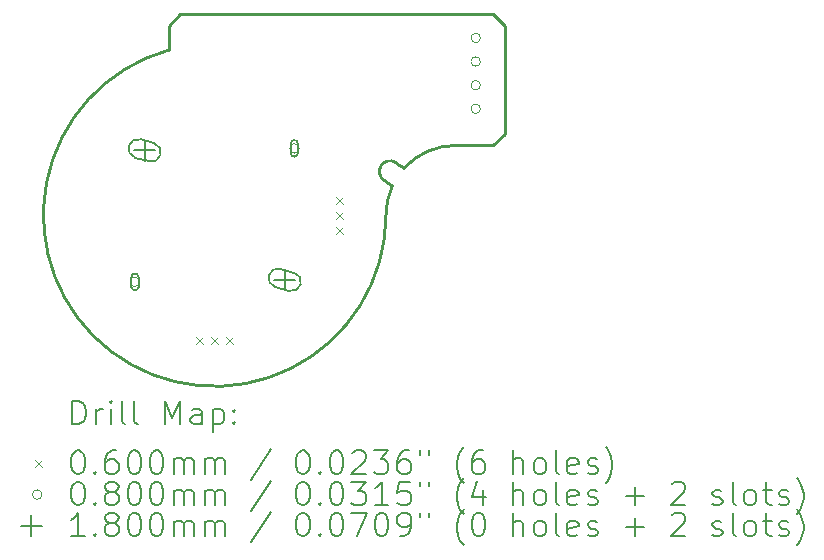
<source format=gbr>
%FSLAX45Y45*%
G04 Gerber Fmt 4.5, Leading zero omitted, Abs format (unit mm)*
G04 Created by KiCad (PCBNEW (6.0.1)) date 2022-03-24 22:12:07*
%MOMM*%
%LPD*%
G01*
G04 APERTURE LIST*
%TA.AperFunction,Profile*%
%ADD10C,0.250000*%
%TD*%
%ADD11C,0.200000*%
%ADD12C,0.060000*%
%ADD13C,0.080000*%
%ADD14C,0.180000*%
G04 APERTURE END LIST*
D10*
X17360000Y-8300000D02*
X14710000Y-8300000D01*
X17040000Y-9410000D02*
G75*
G03*
X16604561Y-9601888I0J-590000D01*
G01*
X14710000Y-8300000D02*
X14610000Y-8400000D01*
X16434738Y-9705056D02*
X16504789Y-9751707D01*
X17460000Y-8400000D02*
X17360000Y-8300000D01*
X16534510Y-9555238D02*
G75*
G03*
X16434738Y-9705056I-49886J-74909D01*
G01*
X16604561Y-9601888D02*
X16534510Y-9555238D01*
X17360000Y-9410000D02*
X17460000Y-9310000D01*
X16504789Y-9751707D02*
G75*
G03*
X16450000Y-10000000I535210J-248293D01*
G01*
X17040000Y-9410000D02*
X17360000Y-9410000D01*
X14610000Y-8603433D02*
G75*
G03*
X16450000Y-10000000I390000J-1396567D01*
G01*
X14610000Y-8400000D02*
X14610000Y-8603433D01*
X17460000Y-9310000D02*
X17460000Y-8400000D01*
D11*
D12*
X14843000Y-11030000D02*
X14903000Y-11090000D01*
X14903000Y-11030000D02*
X14843000Y-11090000D01*
X14970000Y-11030000D02*
X15030000Y-11090000D01*
X15030000Y-11030000D02*
X14970000Y-11090000D01*
X15097000Y-11030000D02*
X15157000Y-11090000D01*
X15157000Y-11030000D02*
X15097000Y-11090000D01*
X16030000Y-9843000D02*
X16090000Y-9903000D01*
X16090000Y-9843000D02*
X16030000Y-9903000D01*
X16030000Y-9970000D02*
X16090000Y-10030000D01*
X16090000Y-9970000D02*
X16030000Y-10030000D01*
X16030000Y-10097000D02*
X16090000Y-10157000D01*
X16090000Y-10097000D02*
X16030000Y-10157000D01*
D13*
X14365000Y-10565000D02*
G75*
G03*
X14365000Y-10565000I-40000J0D01*
G01*
D11*
X14355000Y-10605000D02*
X14355000Y-10525000D01*
X14295000Y-10605000D02*
X14295000Y-10525000D01*
X14355000Y-10525000D02*
G75*
G03*
X14295000Y-10525000I-30000J0D01*
G01*
X14295000Y-10605000D02*
G75*
G03*
X14355000Y-10605000I30000J0D01*
G01*
D13*
X15715000Y-9435000D02*
G75*
G03*
X15715000Y-9435000I-40000J0D01*
G01*
D11*
X15705000Y-9475000D02*
X15705000Y-9395000D01*
X15645000Y-9475000D02*
X15645000Y-9395000D01*
X15705000Y-9395000D02*
G75*
G03*
X15645000Y-9395000I-30000J0D01*
G01*
X15645000Y-9475000D02*
G75*
G03*
X15705000Y-9475000I30000J0D01*
G01*
D13*
X17250000Y-8500000D02*
G75*
G03*
X17250000Y-8500000I-40000J0D01*
G01*
X17250000Y-8700000D02*
G75*
G03*
X17250000Y-8700000I-40000J0D01*
G01*
X17250000Y-8900000D02*
G75*
G03*
X17250000Y-8900000I-40000J0D01*
G01*
X17250000Y-9100000D02*
G75*
G03*
X17250000Y-9100000I-40000J0D01*
G01*
D14*
X14407000Y-9362000D02*
X14407000Y-9542000D01*
X14317000Y-9452000D02*
X14497000Y-9452000D01*
D11*
X14486303Y-9391082D02*
X14370724Y-9358812D01*
X14443276Y-9545188D02*
X14327697Y-9512918D01*
X14370724Y-9358812D02*
G75*
G03*
X14327697Y-9512918I-21514J-77053D01*
G01*
X14443276Y-9545188D02*
G75*
G03*
X14486303Y-9391082I21514J77053D01*
G01*
D14*
X15593000Y-10458000D02*
X15593000Y-10638000D01*
X15503000Y-10548000D02*
X15683000Y-10548000D01*
D11*
X15672303Y-10487082D02*
X15556724Y-10454812D01*
X15629276Y-10641188D02*
X15513697Y-10608918D01*
X15556724Y-10454812D02*
G75*
G03*
X15513697Y-10608918I-21514J-77053D01*
G01*
X15629276Y-10641188D02*
G75*
G03*
X15672303Y-10487082I21514J77053D01*
G01*
X13795119Y-11772976D02*
X13795119Y-11572976D01*
X13842738Y-11572976D01*
X13871309Y-11582500D01*
X13890357Y-11601548D01*
X13899881Y-11620595D01*
X13909405Y-11658690D01*
X13909405Y-11687262D01*
X13899881Y-11725357D01*
X13890357Y-11744405D01*
X13871309Y-11763452D01*
X13842738Y-11772976D01*
X13795119Y-11772976D01*
X13995119Y-11772976D02*
X13995119Y-11639643D01*
X13995119Y-11677738D02*
X14004643Y-11658690D01*
X14014167Y-11649167D01*
X14033214Y-11639643D01*
X14052262Y-11639643D01*
X14118928Y-11772976D02*
X14118928Y-11639643D01*
X14118928Y-11572976D02*
X14109405Y-11582500D01*
X14118928Y-11592024D01*
X14128452Y-11582500D01*
X14118928Y-11572976D01*
X14118928Y-11592024D01*
X14242738Y-11772976D02*
X14223690Y-11763452D01*
X14214167Y-11744405D01*
X14214167Y-11572976D01*
X14347500Y-11772976D02*
X14328452Y-11763452D01*
X14318928Y-11744405D01*
X14318928Y-11572976D01*
X14576071Y-11772976D02*
X14576071Y-11572976D01*
X14642738Y-11715833D01*
X14709405Y-11572976D01*
X14709405Y-11772976D01*
X14890357Y-11772976D02*
X14890357Y-11668214D01*
X14880833Y-11649167D01*
X14861786Y-11639643D01*
X14823690Y-11639643D01*
X14804643Y-11649167D01*
X14890357Y-11763452D02*
X14871309Y-11772976D01*
X14823690Y-11772976D01*
X14804643Y-11763452D01*
X14795119Y-11744405D01*
X14795119Y-11725357D01*
X14804643Y-11706309D01*
X14823690Y-11696786D01*
X14871309Y-11696786D01*
X14890357Y-11687262D01*
X14985595Y-11639643D02*
X14985595Y-11839643D01*
X14985595Y-11649167D02*
X15004643Y-11639643D01*
X15042738Y-11639643D01*
X15061786Y-11649167D01*
X15071309Y-11658690D01*
X15080833Y-11677738D01*
X15080833Y-11734881D01*
X15071309Y-11753928D01*
X15061786Y-11763452D01*
X15042738Y-11772976D01*
X15004643Y-11772976D01*
X14985595Y-11763452D01*
X15166548Y-11753928D02*
X15176071Y-11763452D01*
X15166548Y-11772976D01*
X15157024Y-11763452D01*
X15166548Y-11753928D01*
X15166548Y-11772976D01*
X15166548Y-11649167D02*
X15176071Y-11658690D01*
X15166548Y-11668214D01*
X15157024Y-11658690D01*
X15166548Y-11649167D01*
X15166548Y-11668214D01*
D12*
X13477500Y-12072500D02*
X13537500Y-12132500D01*
X13537500Y-12072500D02*
X13477500Y-12132500D01*
D11*
X13833214Y-11992976D02*
X13852262Y-11992976D01*
X13871309Y-12002500D01*
X13880833Y-12012024D01*
X13890357Y-12031071D01*
X13899881Y-12069167D01*
X13899881Y-12116786D01*
X13890357Y-12154881D01*
X13880833Y-12173928D01*
X13871309Y-12183452D01*
X13852262Y-12192976D01*
X13833214Y-12192976D01*
X13814167Y-12183452D01*
X13804643Y-12173928D01*
X13795119Y-12154881D01*
X13785595Y-12116786D01*
X13785595Y-12069167D01*
X13795119Y-12031071D01*
X13804643Y-12012024D01*
X13814167Y-12002500D01*
X13833214Y-11992976D01*
X13985595Y-12173928D02*
X13995119Y-12183452D01*
X13985595Y-12192976D01*
X13976071Y-12183452D01*
X13985595Y-12173928D01*
X13985595Y-12192976D01*
X14166548Y-11992976D02*
X14128452Y-11992976D01*
X14109405Y-12002500D01*
X14099881Y-12012024D01*
X14080833Y-12040595D01*
X14071309Y-12078690D01*
X14071309Y-12154881D01*
X14080833Y-12173928D01*
X14090357Y-12183452D01*
X14109405Y-12192976D01*
X14147500Y-12192976D01*
X14166548Y-12183452D01*
X14176071Y-12173928D01*
X14185595Y-12154881D01*
X14185595Y-12107262D01*
X14176071Y-12088214D01*
X14166548Y-12078690D01*
X14147500Y-12069167D01*
X14109405Y-12069167D01*
X14090357Y-12078690D01*
X14080833Y-12088214D01*
X14071309Y-12107262D01*
X14309405Y-11992976D02*
X14328452Y-11992976D01*
X14347500Y-12002500D01*
X14357024Y-12012024D01*
X14366548Y-12031071D01*
X14376071Y-12069167D01*
X14376071Y-12116786D01*
X14366548Y-12154881D01*
X14357024Y-12173928D01*
X14347500Y-12183452D01*
X14328452Y-12192976D01*
X14309405Y-12192976D01*
X14290357Y-12183452D01*
X14280833Y-12173928D01*
X14271309Y-12154881D01*
X14261786Y-12116786D01*
X14261786Y-12069167D01*
X14271309Y-12031071D01*
X14280833Y-12012024D01*
X14290357Y-12002500D01*
X14309405Y-11992976D01*
X14499881Y-11992976D02*
X14518928Y-11992976D01*
X14537976Y-12002500D01*
X14547500Y-12012024D01*
X14557024Y-12031071D01*
X14566548Y-12069167D01*
X14566548Y-12116786D01*
X14557024Y-12154881D01*
X14547500Y-12173928D01*
X14537976Y-12183452D01*
X14518928Y-12192976D01*
X14499881Y-12192976D01*
X14480833Y-12183452D01*
X14471309Y-12173928D01*
X14461786Y-12154881D01*
X14452262Y-12116786D01*
X14452262Y-12069167D01*
X14461786Y-12031071D01*
X14471309Y-12012024D01*
X14480833Y-12002500D01*
X14499881Y-11992976D01*
X14652262Y-12192976D02*
X14652262Y-12059643D01*
X14652262Y-12078690D02*
X14661786Y-12069167D01*
X14680833Y-12059643D01*
X14709405Y-12059643D01*
X14728452Y-12069167D01*
X14737976Y-12088214D01*
X14737976Y-12192976D01*
X14737976Y-12088214D02*
X14747500Y-12069167D01*
X14766548Y-12059643D01*
X14795119Y-12059643D01*
X14814167Y-12069167D01*
X14823690Y-12088214D01*
X14823690Y-12192976D01*
X14918928Y-12192976D02*
X14918928Y-12059643D01*
X14918928Y-12078690D02*
X14928452Y-12069167D01*
X14947500Y-12059643D01*
X14976071Y-12059643D01*
X14995119Y-12069167D01*
X15004643Y-12088214D01*
X15004643Y-12192976D01*
X15004643Y-12088214D02*
X15014167Y-12069167D01*
X15033214Y-12059643D01*
X15061786Y-12059643D01*
X15080833Y-12069167D01*
X15090357Y-12088214D01*
X15090357Y-12192976D01*
X15480833Y-11983452D02*
X15309405Y-12240595D01*
X15737976Y-11992976D02*
X15757024Y-11992976D01*
X15776071Y-12002500D01*
X15785595Y-12012024D01*
X15795119Y-12031071D01*
X15804643Y-12069167D01*
X15804643Y-12116786D01*
X15795119Y-12154881D01*
X15785595Y-12173928D01*
X15776071Y-12183452D01*
X15757024Y-12192976D01*
X15737976Y-12192976D01*
X15718928Y-12183452D01*
X15709405Y-12173928D01*
X15699881Y-12154881D01*
X15690357Y-12116786D01*
X15690357Y-12069167D01*
X15699881Y-12031071D01*
X15709405Y-12012024D01*
X15718928Y-12002500D01*
X15737976Y-11992976D01*
X15890357Y-12173928D02*
X15899881Y-12183452D01*
X15890357Y-12192976D01*
X15880833Y-12183452D01*
X15890357Y-12173928D01*
X15890357Y-12192976D01*
X16023690Y-11992976D02*
X16042738Y-11992976D01*
X16061786Y-12002500D01*
X16071309Y-12012024D01*
X16080833Y-12031071D01*
X16090357Y-12069167D01*
X16090357Y-12116786D01*
X16080833Y-12154881D01*
X16071309Y-12173928D01*
X16061786Y-12183452D01*
X16042738Y-12192976D01*
X16023690Y-12192976D01*
X16004643Y-12183452D01*
X15995119Y-12173928D01*
X15985595Y-12154881D01*
X15976071Y-12116786D01*
X15976071Y-12069167D01*
X15985595Y-12031071D01*
X15995119Y-12012024D01*
X16004643Y-12002500D01*
X16023690Y-11992976D01*
X16166548Y-12012024D02*
X16176071Y-12002500D01*
X16195119Y-11992976D01*
X16242738Y-11992976D01*
X16261786Y-12002500D01*
X16271309Y-12012024D01*
X16280833Y-12031071D01*
X16280833Y-12050119D01*
X16271309Y-12078690D01*
X16157024Y-12192976D01*
X16280833Y-12192976D01*
X16347500Y-11992976D02*
X16471309Y-11992976D01*
X16404643Y-12069167D01*
X16433214Y-12069167D01*
X16452262Y-12078690D01*
X16461786Y-12088214D01*
X16471309Y-12107262D01*
X16471309Y-12154881D01*
X16461786Y-12173928D01*
X16452262Y-12183452D01*
X16433214Y-12192976D01*
X16376071Y-12192976D01*
X16357024Y-12183452D01*
X16347500Y-12173928D01*
X16642738Y-11992976D02*
X16604643Y-11992976D01*
X16585595Y-12002500D01*
X16576071Y-12012024D01*
X16557024Y-12040595D01*
X16547500Y-12078690D01*
X16547500Y-12154881D01*
X16557024Y-12173928D01*
X16566548Y-12183452D01*
X16585595Y-12192976D01*
X16623690Y-12192976D01*
X16642738Y-12183452D01*
X16652262Y-12173928D01*
X16661786Y-12154881D01*
X16661786Y-12107262D01*
X16652262Y-12088214D01*
X16642738Y-12078690D01*
X16623690Y-12069167D01*
X16585595Y-12069167D01*
X16566548Y-12078690D01*
X16557024Y-12088214D01*
X16547500Y-12107262D01*
X16737976Y-11992976D02*
X16737976Y-12031071D01*
X16814167Y-11992976D02*
X16814167Y-12031071D01*
X17109405Y-12269167D02*
X17099881Y-12259643D01*
X17080833Y-12231071D01*
X17071310Y-12212024D01*
X17061786Y-12183452D01*
X17052262Y-12135833D01*
X17052262Y-12097738D01*
X17061786Y-12050119D01*
X17071310Y-12021548D01*
X17080833Y-12002500D01*
X17099881Y-11973928D01*
X17109405Y-11964405D01*
X17271310Y-11992976D02*
X17233214Y-11992976D01*
X17214167Y-12002500D01*
X17204643Y-12012024D01*
X17185595Y-12040595D01*
X17176071Y-12078690D01*
X17176071Y-12154881D01*
X17185595Y-12173928D01*
X17195119Y-12183452D01*
X17214167Y-12192976D01*
X17252262Y-12192976D01*
X17271310Y-12183452D01*
X17280833Y-12173928D01*
X17290357Y-12154881D01*
X17290357Y-12107262D01*
X17280833Y-12088214D01*
X17271310Y-12078690D01*
X17252262Y-12069167D01*
X17214167Y-12069167D01*
X17195119Y-12078690D01*
X17185595Y-12088214D01*
X17176071Y-12107262D01*
X17528452Y-12192976D02*
X17528452Y-11992976D01*
X17614167Y-12192976D02*
X17614167Y-12088214D01*
X17604643Y-12069167D01*
X17585595Y-12059643D01*
X17557024Y-12059643D01*
X17537976Y-12069167D01*
X17528452Y-12078690D01*
X17737976Y-12192976D02*
X17718929Y-12183452D01*
X17709405Y-12173928D01*
X17699881Y-12154881D01*
X17699881Y-12097738D01*
X17709405Y-12078690D01*
X17718929Y-12069167D01*
X17737976Y-12059643D01*
X17766548Y-12059643D01*
X17785595Y-12069167D01*
X17795119Y-12078690D01*
X17804643Y-12097738D01*
X17804643Y-12154881D01*
X17795119Y-12173928D01*
X17785595Y-12183452D01*
X17766548Y-12192976D01*
X17737976Y-12192976D01*
X17918929Y-12192976D02*
X17899881Y-12183452D01*
X17890357Y-12164405D01*
X17890357Y-11992976D01*
X18071310Y-12183452D02*
X18052262Y-12192976D01*
X18014167Y-12192976D01*
X17995119Y-12183452D01*
X17985595Y-12164405D01*
X17985595Y-12088214D01*
X17995119Y-12069167D01*
X18014167Y-12059643D01*
X18052262Y-12059643D01*
X18071310Y-12069167D01*
X18080833Y-12088214D01*
X18080833Y-12107262D01*
X17985595Y-12126309D01*
X18157024Y-12183452D02*
X18176071Y-12192976D01*
X18214167Y-12192976D01*
X18233214Y-12183452D01*
X18242738Y-12164405D01*
X18242738Y-12154881D01*
X18233214Y-12135833D01*
X18214167Y-12126309D01*
X18185595Y-12126309D01*
X18166548Y-12116786D01*
X18157024Y-12097738D01*
X18157024Y-12088214D01*
X18166548Y-12069167D01*
X18185595Y-12059643D01*
X18214167Y-12059643D01*
X18233214Y-12069167D01*
X18309405Y-12269167D02*
X18318929Y-12259643D01*
X18337976Y-12231071D01*
X18347500Y-12212024D01*
X18357024Y-12183452D01*
X18366548Y-12135833D01*
X18366548Y-12097738D01*
X18357024Y-12050119D01*
X18347500Y-12021548D01*
X18337976Y-12002500D01*
X18318929Y-11973928D01*
X18309405Y-11964405D01*
D13*
X13537500Y-12366500D02*
G75*
G03*
X13537500Y-12366500I-40000J0D01*
G01*
D11*
X13833214Y-12256976D02*
X13852262Y-12256976D01*
X13871309Y-12266500D01*
X13880833Y-12276024D01*
X13890357Y-12295071D01*
X13899881Y-12333167D01*
X13899881Y-12380786D01*
X13890357Y-12418881D01*
X13880833Y-12437928D01*
X13871309Y-12447452D01*
X13852262Y-12456976D01*
X13833214Y-12456976D01*
X13814167Y-12447452D01*
X13804643Y-12437928D01*
X13795119Y-12418881D01*
X13785595Y-12380786D01*
X13785595Y-12333167D01*
X13795119Y-12295071D01*
X13804643Y-12276024D01*
X13814167Y-12266500D01*
X13833214Y-12256976D01*
X13985595Y-12437928D02*
X13995119Y-12447452D01*
X13985595Y-12456976D01*
X13976071Y-12447452D01*
X13985595Y-12437928D01*
X13985595Y-12456976D01*
X14109405Y-12342690D02*
X14090357Y-12333167D01*
X14080833Y-12323643D01*
X14071309Y-12304595D01*
X14071309Y-12295071D01*
X14080833Y-12276024D01*
X14090357Y-12266500D01*
X14109405Y-12256976D01*
X14147500Y-12256976D01*
X14166548Y-12266500D01*
X14176071Y-12276024D01*
X14185595Y-12295071D01*
X14185595Y-12304595D01*
X14176071Y-12323643D01*
X14166548Y-12333167D01*
X14147500Y-12342690D01*
X14109405Y-12342690D01*
X14090357Y-12352214D01*
X14080833Y-12361738D01*
X14071309Y-12380786D01*
X14071309Y-12418881D01*
X14080833Y-12437928D01*
X14090357Y-12447452D01*
X14109405Y-12456976D01*
X14147500Y-12456976D01*
X14166548Y-12447452D01*
X14176071Y-12437928D01*
X14185595Y-12418881D01*
X14185595Y-12380786D01*
X14176071Y-12361738D01*
X14166548Y-12352214D01*
X14147500Y-12342690D01*
X14309405Y-12256976D02*
X14328452Y-12256976D01*
X14347500Y-12266500D01*
X14357024Y-12276024D01*
X14366548Y-12295071D01*
X14376071Y-12333167D01*
X14376071Y-12380786D01*
X14366548Y-12418881D01*
X14357024Y-12437928D01*
X14347500Y-12447452D01*
X14328452Y-12456976D01*
X14309405Y-12456976D01*
X14290357Y-12447452D01*
X14280833Y-12437928D01*
X14271309Y-12418881D01*
X14261786Y-12380786D01*
X14261786Y-12333167D01*
X14271309Y-12295071D01*
X14280833Y-12276024D01*
X14290357Y-12266500D01*
X14309405Y-12256976D01*
X14499881Y-12256976D02*
X14518928Y-12256976D01*
X14537976Y-12266500D01*
X14547500Y-12276024D01*
X14557024Y-12295071D01*
X14566548Y-12333167D01*
X14566548Y-12380786D01*
X14557024Y-12418881D01*
X14547500Y-12437928D01*
X14537976Y-12447452D01*
X14518928Y-12456976D01*
X14499881Y-12456976D01*
X14480833Y-12447452D01*
X14471309Y-12437928D01*
X14461786Y-12418881D01*
X14452262Y-12380786D01*
X14452262Y-12333167D01*
X14461786Y-12295071D01*
X14471309Y-12276024D01*
X14480833Y-12266500D01*
X14499881Y-12256976D01*
X14652262Y-12456976D02*
X14652262Y-12323643D01*
X14652262Y-12342690D02*
X14661786Y-12333167D01*
X14680833Y-12323643D01*
X14709405Y-12323643D01*
X14728452Y-12333167D01*
X14737976Y-12352214D01*
X14737976Y-12456976D01*
X14737976Y-12352214D02*
X14747500Y-12333167D01*
X14766548Y-12323643D01*
X14795119Y-12323643D01*
X14814167Y-12333167D01*
X14823690Y-12352214D01*
X14823690Y-12456976D01*
X14918928Y-12456976D02*
X14918928Y-12323643D01*
X14918928Y-12342690D02*
X14928452Y-12333167D01*
X14947500Y-12323643D01*
X14976071Y-12323643D01*
X14995119Y-12333167D01*
X15004643Y-12352214D01*
X15004643Y-12456976D01*
X15004643Y-12352214D02*
X15014167Y-12333167D01*
X15033214Y-12323643D01*
X15061786Y-12323643D01*
X15080833Y-12333167D01*
X15090357Y-12352214D01*
X15090357Y-12456976D01*
X15480833Y-12247452D02*
X15309405Y-12504595D01*
X15737976Y-12256976D02*
X15757024Y-12256976D01*
X15776071Y-12266500D01*
X15785595Y-12276024D01*
X15795119Y-12295071D01*
X15804643Y-12333167D01*
X15804643Y-12380786D01*
X15795119Y-12418881D01*
X15785595Y-12437928D01*
X15776071Y-12447452D01*
X15757024Y-12456976D01*
X15737976Y-12456976D01*
X15718928Y-12447452D01*
X15709405Y-12437928D01*
X15699881Y-12418881D01*
X15690357Y-12380786D01*
X15690357Y-12333167D01*
X15699881Y-12295071D01*
X15709405Y-12276024D01*
X15718928Y-12266500D01*
X15737976Y-12256976D01*
X15890357Y-12437928D02*
X15899881Y-12447452D01*
X15890357Y-12456976D01*
X15880833Y-12447452D01*
X15890357Y-12437928D01*
X15890357Y-12456976D01*
X16023690Y-12256976D02*
X16042738Y-12256976D01*
X16061786Y-12266500D01*
X16071309Y-12276024D01*
X16080833Y-12295071D01*
X16090357Y-12333167D01*
X16090357Y-12380786D01*
X16080833Y-12418881D01*
X16071309Y-12437928D01*
X16061786Y-12447452D01*
X16042738Y-12456976D01*
X16023690Y-12456976D01*
X16004643Y-12447452D01*
X15995119Y-12437928D01*
X15985595Y-12418881D01*
X15976071Y-12380786D01*
X15976071Y-12333167D01*
X15985595Y-12295071D01*
X15995119Y-12276024D01*
X16004643Y-12266500D01*
X16023690Y-12256976D01*
X16157024Y-12256976D02*
X16280833Y-12256976D01*
X16214167Y-12333167D01*
X16242738Y-12333167D01*
X16261786Y-12342690D01*
X16271309Y-12352214D01*
X16280833Y-12371262D01*
X16280833Y-12418881D01*
X16271309Y-12437928D01*
X16261786Y-12447452D01*
X16242738Y-12456976D01*
X16185595Y-12456976D01*
X16166548Y-12447452D01*
X16157024Y-12437928D01*
X16471309Y-12456976D02*
X16357024Y-12456976D01*
X16414167Y-12456976D02*
X16414167Y-12256976D01*
X16395119Y-12285548D01*
X16376071Y-12304595D01*
X16357024Y-12314119D01*
X16652262Y-12256976D02*
X16557024Y-12256976D01*
X16547500Y-12352214D01*
X16557024Y-12342690D01*
X16576071Y-12333167D01*
X16623690Y-12333167D01*
X16642738Y-12342690D01*
X16652262Y-12352214D01*
X16661786Y-12371262D01*
X16661786Y-12418881D01*
X16652262Y-12437928D01*
X16642738Y-12447452D01*
X16623690Y-12456976D01*
X16576071Y-12456976D01*
X16557024Y-12447452D01*
X16547500Y-12437928D01*
X16737976Y-12256976D02*
X16737976Y-12295071D01*
X16814167Y-12256976D02*
X16814167Y-12295071D01*
X17109405Y-12533167D02*
X17099881Y-12523643D01*
X17080833Y-12495071D01*
X17071310Y-12476024D01*
X17061786Y-12447452D01*
X17052262Y-12399833D01*
X17052262Y-12361738D01*
X17061786Y-12314119D01*
X17071310Y-12285548D01*
X17080833Y-12266500D01*
X17099881Y-12237928D01*
X17109405Y-12228405D01*
X17271310Y-12323643D02*
X17271310Y-12456976D01*
X17223690Y-12247452D02*
X17176071Y-12390309D01*
X17299881Y-12390309D01*
X17528452Y-12456976D02*
X17528452Y-12256976D01*
X17614167Y-12456976D02*
X17614167Y-12352214D01*
X17604643Y-12333167D01*
X17585595Y-12323643D01*
X17557024Y-12323643D01*
X17537976Y-12333167D01*
X17528452Y-12342690D01*
X17737976Y-12456976D02*
X17718929Y-12447452D01*
X17709405Y-12437928D01*
X17699881Y-12418881D01*
X17699881Y-12361738D01*
X17709405Y-12342690D01*
X17718929Y-12333167D01*
X17737976Y-12323643D01*
X17766548Y-12323643D01*
X17785595Y-12333167D01*
X17795119Y-12342690D01*
X17804643Y-12361738D01*
X17804643Y-12418881D01*
X17795119Y-12437928D01*
X17785595Y-12447452D01*
X17766548Y-12456976D01*
X17737976Y-12456976D01*
X17918929Y-12456976D02*
X17899881Y-12447452D01*
X17890357Y-12428405D01*
X17890357Y-12256976D01*
X18071310Y-12447452D02*
X18052262Y-12456976D01*
X18014167Y-12456976D01*
X17995119Y-12447452D01*
X17985595Y-12428405D01*
X17985595Y-12352214D01*
X17995119Y-12333167D01*
X18014167Y-12323643D01*
X18052262Y-12323643D01*
X18071310Y-12333167D01*
X18080833Y-12352214D01*
X18080833Y-12371262D01*
X17985595Y-12390309D01*
X18157024Y-12447452D02*
X18176071Y-12456976D01*
X18214167Y-12456976D01*
X18233214Y-12447452D01*
X18242738Y-12428405D01*
X18242738Y-12418881D01*
X18233214Y-12399833D01*
X18214167Y-12390309D01*
X18185595Y-12390309D01*
X18166548Y-12380786D01*
X18157024Y-12361738D01*
X18157024Y-12352214D01*
X18166548Y-12333167D01*
X18185595Y-12323643D01*
X18214167Y-12323643D01*
X18233214Y-12333167D01*
X18480833Y-12380786D02*
X18633214Y-12380786D01*
X18557024Y-12456976D02*
X18557024Y-12304595D01*
X18871310Y-12276024D02*
X18880833Y-12266500D01*
X18899881Y-12256976D01*
X18947500Y-12256976D01*
X18966548Y-12266500D01*
X18976071Y-12276024D01*
X18985595Y-12295071D01*
X18985595Y-12314119D01*
X18976071Y-12342690D01*
X18861786Y-12456976D01*
X18985595Y-12456976D01*
X19214167Y-12447452D02*
X19233214Y-12456976D01*
X19271310Y-12456976D01*
X19290357Y-12447452D01*
X19299881Y-12428405D01*
X19299881Y-12418881D01*
X19290357Y-12399833D01*
X19271310Y-12390309D01*
X19242738Y-12390309D01*
X19223690Y-12380786D01*
X19214167Y-12361738D01*
X19214167Y-12352214D01*
X19223690Y-12333167D01*
X19242738Y-12323643D01*
X19271310Y-12323643D01*
X19290357Y-12333167D01*
X19414167Y-12456976D02*
X19395119Y-12447452D01*
X19385595Y-12428405D01*
X19385595Y-12256976D01*
X19518929Y-12456976D02*
X19499881Y-12447452D01*
X19490357Y-12437928D01*
X19480833Y-12418881D01*
X19480833Y-12361738D01*
X19490357Y-12342690D01*
X19499881Y-12333167D01*
X19518929Y-12323643D01*
X19547500Y-12323643D01*
X19566548Y-12333167D01*
X19576071Y-12342690D01*
X19585595Y-12361738D01*
X19585595Y-12418881D01*
X19576071Y-12437928D01*
X19566548Y-12447452D01*
X19547500Y-12456976D01*
X19518929Y-12456976D01*
X19642738Y-12323643D02*
X19718929Y-12323643D01*
X19671310Y-12256976D02*
X19671310Y-12428405D01*
X19680833Y-12447452D01*
X19699881Y-12456976D01*
X19718929Y-12456976D01*
X19776071Y-12447452D02*
X19795119Y-12456976D01*
X19833214Y-12456976D01*
X19852262Y-12447452D01*
X19861786Y-12428405D01*
X19861786Y-12418881D01*
X19852262Y-12399833D01*
X19833214Y-12390309D01*
X19804643Y-12390309D01*
X19785595Y-12380786D01*
X19776071Y-12361738D01*
X19776071Y-12352214D01*
X19785595Y-12333167D01*
X19804643Y-12323643D01*
X19833214Y-12323643D01*
X19852262Y-12333167D01*
X19928452Y-12533167D02*
X19937976Y-12523643D01*
X19957024Y-12495071D01*
X19966548Y-12476024D01*
X19976071Y-12447452D01*
X19985595Y-12399833D01*
X19985595Y-12361738D01*
X19976071Y-12314119D01*
X19966548Y-12285548D01*
X19957024Y-12266500D01*
X19937976Y-12237928D01*
X19928452Y-12228405D01*
D14*
X13447500Y-12540500D02*
X13447500Y-12720500D01*
X13357500Y-12630500D02*
X13537500Y-12630500D01*
D11*
X13899881Y-12720976D02*
X13785595Y-12720976D01*
X13842738Y-12720976D02*
X13842738Y-12520976D01*
X13823690Y-12549548D01*
X13804643Y-12568595D01*
X13785595Y-12578119D01*
X13985595Y-12701928D02*
X13995119Y-12711452D01*
X13985595Y-12720976D01*
X13976071Y-12711452D01*
X13985595Y-12701928D01*
X13985595Y-12720976D01*
X14109405Y-12606690D02*
X14090357Y-12597167D01*
X14080833Y-12587643D01*
X14071309Y-12568595D01*
X14071309Y-12559071D01*
X14080833Y-12540024D01*
X14090357Y-12530500D01*
X14109405Y-12520976D01*
X14147500Y-12520976D01*
X14166548Y-12530500D01*
X14176071Y-12540024D01*
X14185595Y-12559071D01*
X14185595Y-12568595D01*
X14176071Y-12587643D01*
X14166548Y-12597167D01*
X14147500Y-12606690D01*
X14109405Y-12606690D01*
X14090357Y-12616214D01*
X14080833Y-12625738D01*
X14071309Y-12644786D01*
X14071309Y-12682881D01*
X14080833Y-12701928D01*
X14090357Y-12711452D01*
X14109405Y-12720976D01*
X14147500Y-12720976D01*
X14166548Y-12711452D01*
X14176071Y-12701928D01*
X14185595Y-12682881D01*
X14185595Y-12644786D01*
X14176071Y-12625738D01*
X14166548Y-12616214D01*
X14147500Y-12606690D01*
X14309405Y-12520976D02*
X14328452Y-12520976D01*
X14347500Y-12530500D01*
X14357024Y-12540024D01*
X14366548Y-12559071D01*
X14376071Y-12597167D01*
X14376071Y-12644786D01*
X14366548Y-12682881D01*
X14357024Y-12701928D01*
X14347500Y-12711452D01*
X14328452Y-12720976D01*
X14309405Y-12720976D01*
X14290357Y-12711452D01*
X14280833Y-12701928D01*
X14271309Y-12682881D01*
X14261786Y-12644786D01*
X14261786Y-12597167D01*
X14271309Y-12559071D01*
X14280833Y-12540024D01*
X14290357Y-12530500D01*
X14309405Y-12520976D01*
X14499881Y-12520976D02*
X14518928Y-12520976D01*
X14537976Y-12530500D01*
X14547500Y-12540024D01*
X14557024Y-12559071D01*
X14566548Y-12597167D01*
X14566548Y-12644786D01*
X14557024Y-12682881D01*
X14547500Y-12701928D01*
X14537976Y-12711452D01*
X14518928Y-12720976D01*
X14499881Y-12720976D01*
X14480833Y-12711452D01*
X14471309Y-12701928D01*
X14461786Y-12682881D01*
X14452262Y-12644786D01*
X14452262Y-12597167D01*
X14461786Y-12559071D01*
X14471309Y-12540024D01*
X14480833Y-12530500D01*
X14499881Y-12520976D01*
X14652262Y-12720976D02*
X14652262Y-12587643D01*
X14652262Y-12606690D02*
X14661786Y-12597167D01*
X14680833Y-12587643D01*
X14709405Y-12587643D01*
X14728452Y-12597167D01*
X14737976Y-12616214D01*
X14737976Y-12720976D01*
X14737976Y-12616214D02*
X14747500Y-12597167D01*
X14766548Y-12587643D01*
X14795119Y-12587643D01*
X14814167Y-12597167D01*
X14823690Y-12616214D01*
X14823690Y-12720976D01*
X14918928Y-12720976D02*
X14918928Y-12587643D01*
X14918928Y-12606690D02*
X14928452Y-12597167D01*
X14947500Y-12587643D01*
X14976071Y-12587643D01*
X14995119Y-12597167D01*
X15004643Y-12616214D01*
X15004643Y-12720976D01*
X15004643Y-12616214D02*
X15014167Y-12597167D01*
X15033214Y-12587643D01*
X15061786Y-12587643D01*
X15080833Y-12597167D01*
X15090357Y-12616214D01*
X15090357Y-12720976D01*
X15480833Y-12511452D02*
X15309405Y-12768595D01*
X15737976Y-12520976D02*
X15757024Y-12520976D01*
X15776071Y-12530500D01*
X15785595Y-12540024D01*
X15795119Y-12559071D01*
X15804643Y-12597167D01*
X15804643Y-12644786D01*
X15795119Y-12682881D01*
X15785595Y-12701928D01*
X15776071Y-12711452D01*
X15757024Y-12720976D01*
X15737976Y-12720976D01*
X15718928Y-12711452D01*
X15709405Y-12701928D01*
X15699881Y-12682881D01*
X15690357Y-12644786D01*
X15690357Y-12597167D01*
X15699881Y-12559071D01*
X15709405Y-12540024D01*
X15718928Y-12530500D01*
X15737976Y-12520976D01*
X15890357Y-12701928D02*
X15899881Y-12711452D01*
X15890357Y-12720976D01*
X15880833Y-12711452D01*
X15890357Y-12701928D01*
X15890357Y-12720976D01*
X16023690Y-12520976D02*
X16042738Y-12520976D01*
X16061786Y-12530500D01*
X16071309Y-12540024D01*
X16080833Y-12559071D01*
X16090357Y-12597167D01*
X16090357Y-12644786D01*
X16080833Y-12682881D01*
X16071309Y-12701928D01*
X16061786Y-12711452D01*
X16042738Y-12720976D01*
X16023690Y-12720976D01*
X16004643Y-12711452D01*
X15995119Y-12701928D01*
X15985595Y-12682881D01*
X15976071Y-12644786D01*
X15976071Y-12597167D01*
X15985595Y-12559071D01*
X15995119Y-12540024D01*
X16004643Y-12530500D01*
X16023690Y-12520976D01*
X16157024Y-12520976D02*
X16290357Y-12520976D01*
X16204643Y-12720976D01*
X16404643Y-12520976D02*
X16423690Y-12520976D01*
X16442738Y-12530500D01*
X16452262Y-12540024D01*
X16461786Y-12559071D01*
X16471309Y-12597167D01*
X16471309Y-12644786D01*
X16461786Y-12682881D01*
X16452262Y-12701928D01*
X16442738Y-12711452D01*
X16423690Y-12720976D01*
X16404643Y-12720976D01*
X16385595Y-12711452D01*
X16376071Y-12701928D01*
X16366548Y-12682881D01*
X16357024Y-12644786D01*
X16357024Y-12597167D01*
X16366548Y-12559071D01*
X16376071Y-12540024D01*
X16385595Y-12530500D01*
X16404643Y-12520976D01*
X16566548Y-12720976D02*
X16604643Y-12720976D01*
X16623690Y-12711452D01*
X16633214Y-12701928D01*
X16652262Y-12673357D01*
X16661786Y-12635262D01*
X16661786Y-12559071D01*
X16652262Y-12540024D01*
X16642738Y-12530500D01*
X16623690Y-12520976D01*
X16585595Y-12520976D01*
X16566548Y-12530500D01*
X16557024Y-12540024D01*
X16547500Y-12559071D01*
X16547500Y-12606690D01*
X16557024Y-12625738D01*
X16566548Y-12635262D01*
X16585595Y-12644786D01*
X16623690Y-12644786D01*
X16642738Y-12635262D01*
X16652262Y-12625738D01*
X16661786Y-12606690D01*
X16737976Y-12520976D02*
X16737976Y-12559071D01*
X16814167Y-12520976D02*
X16814167Y-12559071D01*
X17109405Y-12797167D02*
X17099881Y-12787643D01*
X17080833Y-12759071D01*
X17071310Y-12740024D01*
X17061786Y-12711452D01*
X17052262Y-12663833D01*
X17052262Y-12625738D01*
X17061786Y-12578119D01*
X17071310Y-12549548D01*
X17080833Y-12530500D01*
X17099881Y-12501928D01*
X17109405Y-12492405D01*
X17223690Y-12520976D02*
X17242738Y-12520976D01*
X17261786Y-12530500D01*
X17271310Y-12540024D01*
X17280833Y-12559071D01*
X17290357Y-12597167D01*
X17290357Y-12644786D01*
X17280833Y-12682881D01*
X17271310Y-12701928D01*
X17261786Y-12711452D01*
X17242738Y-12720976D01*
X17223690Y-12720976D01*
X17204643Y-12711452D01*
X17195119Y-12701928D01*
X17185595Y-12682881D01*
X17176071Y-12644786D01*
X17176071Y-12597167D01*
X17185595Y-12559071D01*
X17195119Y-12540024D01*
X17204643Y-12530500D01*
X17223690Y-12520976D01*
X17528452Y-12720976D02*
X17528452Y-12520976D01*
X17614167Y-12720976D02*
X17614167Y-12616214D01*
X17604643Y-12597167D01*
X17585595Y-12587643D01*
X17557024Y-12587643D01*
X17537976Y-12597167D01*
X17528452Y-12606690D01*
X17737976Y-12720976D02*
X17718929Y-12711452D01*
X17709405Y-12701928D01*
X17699881Y-12682881D01*
X17699881Y-12625738D01*
X17709405Y-12606690D01*
X17718929Y-12597167D01*
X17737976Y-12587643D01*
X17766548Y-12587643D01*
X17785595Y-12597167D01*
X17795119Y-12606690D01*
X17804643Y-12625738D01*
X17804643Y-12682881D01*
X17795119Y-12701928D01*
X17785595Y-12711452D01*
X17766548Y-12720976D01*
X17737976Y-12720976D01*
X17918929Y-12720976D02*
X17899881Y-12711452D01*
X17890357Y-12692405D01*
X17890357Y-12520976D01*
X18071310Y-12711452D02*
X18052262Y-12720976D01*
X18014167Y-12720976D01*
X17995119Y-12711452D01*
X17985595Y-12692405D01*
X17985595Y-12616214D01*
X17995119Y-12597167D01*
X18014167Y-12587643D01*
X18052262Y-12587643D01*
X18071310Y-12597167D01*
X18080833Y-12616214D01*
X18080833Y-12635262D01*
X17985595Y-12654309D01*
X18157024Y-12711452D02*
X18176071Y-12720976D01*
X18214167Y-12720976D01*
X18233214Y-12711452D01*
X18242738Y-12692405D01*
X18242738Y-12682881D01*
X18233214Y-12663833D01*
X18214167Y-12654309D01*
X18185595Y-12654309D01*
X18166548Y-12644786D01*
X18157024Y-12625738D01*
X18157024Y-12616214D01*
X18166548Y-12597167D01*
X18185595Y-12587643D01*
X18214167Y-12587643D01*
X18233214Y-12597167D01*
X18480833Y-12644786D02*
X18633214Y-12644786D01*
X18557024Y-12720976D02*
X18557024Y-12568595D01*
X18871310Y-12540024D02*
X18880833Y-12530500D01*
X18899881Y-12520976D01*
X18947500Y-12520976D01*
X18966548Y-12530500D01*
X18976071Y-12540024D01*
X18985595Y-12559071D01*
X18985595Y-12578119D01*
X18976071Y-12606690D01*
X18861786Y-12720976D01*
X18985595Y-12720976D01*
X19214167Y-12711452D02*
X19233214Y-12720976D01*
X19271310Y-12720976D01*
X19290357Y-12711452D01*
X19299881Y-12692405D01*
X19299881Y-12682881D01*
X19290357Y-12663833D01*
X19271310Y-12654309D01*
X19242738Y-12654309D01*
X19223690Y-12644786D01*
X19214167Y-12625738D01*
X19214167Y-12616214D01*
X19223690Y-12597167D01*
X19242738Y-12587643D01*
X19271310Y-12587643D01*
X19290357Y-12597167D01*
X19414167Y-12720976D02*
X19395119Y-12711452D01*
X19385595Y-12692405D01*
X19385595Y-12520976D01*
X19518929Y-12720976D02*
X19499881Y-12711452D01*
X19490357Y-12701928D01*
X19480833Y-12682881D01*
X19480833Y-12625738D01*
X19490357Y-12606690D01*
X19499881Y-12597167D01*
X19518929Y-12587643D01*
X19547500Y-12587643D01*
X19566548Y-12597167D01*
X19576071Y-12606690D01*
X19585595Y-12625738D01*
X19585595Y-12682881D01*
X19576071Y-12701928D01*
X19566548Y-12711452D01*
X19547500Y-12720976D01*
X19518929Y-12720976D01*
X19642738Y-12587643D02*
X19718929Y-12587643D01*
X19671310Y-12520976D02*
X19671310Y-12692405D01*
X19680833Y-12711452D01*
X19699881Y-12720976D01*
X19718929Y-12720976D01*
X19776071Y-12711452D02*
X19795119Y-12720976D01*
X19833214Y-12720976D01*
X19852262Y-12711452D01*
X19861786Y-12692405D01*
X19861786Y-12682881D01*
X19852262Y-12663833D01*
X19833214Y-12654309D01*
X19804643Y-12654309D01*
X19785595Y-12644786D01*
X19776071Y-12625738D01*
X19776071Y-12616214D01*
X19785595Y-12597167D01*
X19804643Y-12587643D01*
X19833214Y-12587643D01*
X19852262Y-12597167D01*
X19928452Y-12797167D02*
X19937976Y-12787643D01*
X19957024Y-12759071D01*
X19966548Y-12740024D01*
X19976071Y-12711452D01*
X19985595Y-12663833D01*
X19985595Y-12625738D01*
X19976071Y-12578119D01*
X19966548Y-12549548D01*
X19957024Y-12530500D01*
X19937976Y-12501928D01*
X19928452Y-12492405D01*
M02*

</source>
